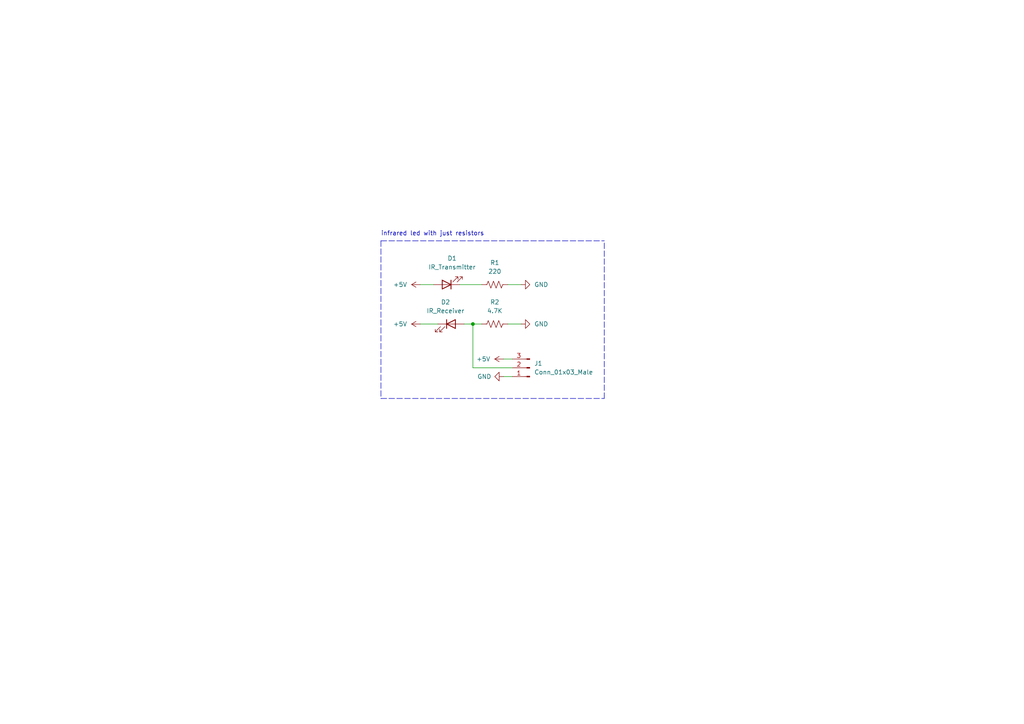
<source format=kicad_sch>
(kicad_sch (version 20211123) (generator eeschema)
  (paper "A4")
  (lib_symbols
    (symbol "Connector:Conn_01x03_Male" (pin_names (offset 1.016) hide)
      (property "Reference" "J" (at 0 5.08 0))
      (property "Value" "Conn_01x03_Male" (at 0 -5.08 0))
      (symbol "Conn_01x03_Male_1_1"
        (polyline (pts (xy 1.27 -2.54) (xy 0.8636 -2.54)) (stroke (width 0.1524)))
        (polyline (pts (xy 1.27 0) (xy 0.8636 0)) (stroke (width 0.1524)))
        (polyline (pts (xy 1.27 2.54) (xy 0.8636 2.54)) (stroke (width 0.1524)))
        (rectangle (start 0.8636 -2.413) (end 0 -2.667) (stroke (width 0.1524)) (fill (type outline)))
        (rectangle (start 0.8636 0.127) (end 0 -0.127) (stroke (width 0.1524)) (fill (type outline)))
        (rectangle (start 0.8636 2.667) (end 0 2.413) (stroke (width 0.1524)) (fill (type outline)))
        (pin passive line (at 5.08 2.54 180) (length 3.81) (name "Pin_1") (number "1"))
        (pin passive line (at 5.08 0 180) (length 3.81) (name "Pin_2") (number "2"))
        (pin passive line (at 5.08 -2.54 180) (length 3.81) (name "Pin_3") (number "3"))
      )
    )
    (symbol "Device:LED" (pin_numbers hide) (pin_names (offset 1.016) hide)
      (property "Reference" "D" (at 0 2.54 0))
      (property "Value" "LED" (at 0 -2.54 0))
      (symbol "LED_0_1"
        (polyline (pts (xy -1.27 -1.27) (xy -1.27 1.27)) (stroke (width 0.254)))
        (polyline (pts (xy -1.27 0) (xy 1.27 0)))
        (polyline (pts (xy 1.27 -1.27) (xy 1.27 1.27) (xy -1.27 0) (xy 1.27 -1.27)) (stroke (width 0.254)))
        (polyline (pts (xy -3.048 -0.762) (xy -4.572 -2.286) (xy -3.81 -2.286) (xy -4.572 -2.286) (xy -4.572 -1.524)))
        (polyline (pts (xy -1.778 -0.762) (xy -3.302 -2.286) (xy -2.54 -2.286) (xy -3.302 -2.286) (xy -3.302 -1.524)))
      )
      (symbol "LED_1_1"
        (pin passive line (at -3.81 0 0) (length 2.54) (name "K") (number "1"))
        (pin passive line (at 3.81 0 180) (length 2.54) (name "A") (number "2"))
      )
    )
    (symbol "Device:R_US" (pin_numbers hide) (pin_names (offset 0))
      (property "Reference" "R" (at 2.54 0 90))
      (property "Value" "R_US" (at -2.54 0 90))
      (symbol "R_US_0_1"
        (polyline (pts (xy 0 -2.286) (xy 0 -2.54)))
        (polyline (pts (xy 0 2.286) (xy 0 2.54)))
        (polyline (pts (xy 0 -0.762) (xy 1.016 -1.143) (xy 0 -1.524) (xy -1.016 -1.905) (xy 0 -2.286)))
        (polyline (pts (xy 0 0.762) (xy 1.016 0.381) (xy 0 0) (xy -1.016 -0.381) (xy 0 -0.762)))
        (polyline (pts (xy 0 2.286) (xy 1.016 1.905) (xy 0 1.524) (xy -1.016 1.143) (xy 0 0.762)))
      )
      (symbol "R_US_1_1"
        (pin passive line (at 0 3.81 270) (length 1.27) (name "~") (number "1"))
        (pin passive line (at 0 -3.81 90) (length 1.27) (name "~") (number "2"))
      )
    )
    (symbol "power:+5V" (power) (pin_names (offset 0))
      (property "Value" "+5V" (at 0 3.556 0))
      (symbol "+5V_0_1"
        (polyline (pts (xy -0.762 1.27) (xy 0 2.54)))
        (polyline (pts (xy 0 0) (xy 0 2.54)))
        (polyline (pts (xy 0 2.54) (xy 0.762 1.27)))
      )
      (symbol "+5V_1_1"
        (pin power_in line (at 0 0 90) (length 0) hide (name "+5V") (number "1"))
      )
    )
    (symbol "power:GND" (power) (pin_names (offset 0))
      (property "Value" "GND" (at 0 -3.81 0))
      (symbol "GND_0_1"
        (polyline (pts (xy 0 0) (xy 0 -1.27) (xy 1.27 -1.27) (xy 0 -2.54) (xy -1.27 -1.27) (xy 0 -1.27)))
      )
      (symbol "GND_1_1"
        (pin power_in line (at 0 0 270) (length 0) hide (name "GND") (number "1"))
      )
    )
  )
  (junction (at 137.16 93.98))
  (wire (pts (xy 137.16 106.68) (xy 137.16 93.98)))
  (polyline (pts (xy 110.49 115.57) (xy 175.26 115.57)))
  (polyline (pts (xy 110.49 69.85) (xy 175.26 69.85)))
  (wire (pts (xy 121.92 93.98) (xy 127 93.98)))
  (wire (pts (xy 147.32 93.98) (xy 151.13 93.98)))
  (wire (pts (xy 134.62 93.98) (xy 137.16 93.98)))
  (polyline (pts (xy 175.26 115.57) (xy 175.26 69.85)))
  (wire (pts (xy 146.05 109.22) (xy 148.59 109.22)))
  (wire (pts (xy 133.35 82.55) (xy 139.7 82.55)))
  (wire (pts (xy 147.32 82.55) (xy 151.13 82.55)))
  (wire (pts (xy 121.92 82.55) (xy 125.73 82.55)))
  (wire (pts (xy 148.59 106.68) (xy 137.16 106.68)))
  (polyline (pts (xy 110.49 69.85) (xy 110.49 115.57)))
  (wire (pts (xy 146.05 104.14) (xy 148.59 104.14)))
  (wire (pts (xy 137.16 93.98) (xy 139.7 93.98)))
  (text "infrared led with just resistors" (at 110.49 68.58 0) (effects (font (size 1.27 1.27)) (justify left bottom)))
  (symbol (lib_id "Device:R_US") (at 143.51 82.55 90) (unit 1)
    (property "Reference" "R1" (at 143.51 76.2 90))
    (property "Value" "220" (at 143.51 78.74 90))
    (property "Footprint" "Resistor_THT:R_Axial_DIN0204_L3.6mm_D1.6mm_P7.62mm_Horizontal" (effects hide))
  )
  (symbol (lib_id "Connector:Conn_01x03_Male") (at 153.67 106.68 180) (unit 1)
    (property "Reference" "J1" (at 154.94 105.4099 0) (effects (justify right)))
    (property "Value" "Conn_01x03_Male" (at 154.94 107.9499 0) (effects (justify right)))
    (property "Footprint" "Connector_PinHeader_2.54mm:PinHeader_1x03_P2.54mm_Vertical" (effects hide))
  )
  (symbol (lib_id "Device:LED") (at 129.54 82.55 180) (unit 1)
    (property "Reference" "D1" (at 131.1275 74.93 0))
    (property "Value" "IR_Transmitter" (at 131.1275 77.47 0))
    (property "Footprint" "LED_THT:LED_D5.0mm" (effects hide))
  )
  (symbol (lib_id "power:+5V") (at 121.92 82.55 90) (unit 1)
    (property "Reference" "#PWR?" (effects hide))
    (property "Value" "+5V" (at 118.11 82.5499 90) (effects (justify left)))
  )
  (symbol (lib_id "power:GND") (at 146.05 109.22 270) (unit 1)
    (property "Reference" "#PWR?" (effects hide))
    (property "Value" "GND" (at 138.43 109.22 90) (effects (justify left)))
  )
  (symbol (lib_id "power:GND") (at 151.13 82.55 90) (unit 1)
    (property "Reference" "#PWR?" (effects hide))
    (property "Value" "GND" (at 154.94 82.5499 90) (effects (justify right)))
  )
  (symbol (lib_id "power:GND") (at 151.13 93.98 90) (unit 1)
    (property "Reference" "#PWR?" (effects hide))
    (property "Value" "GND" (at 154.94 93.9799 90) (effects (justify right)))
  )
  (symbol (lib_id "Device:R_US") (at 143.51 93.98 90) (unit 1)
    (property "Reference" "R2" (at 143.51 87.63 90))
    (property "Value" "4.7K" (at 143.51 90.17 90))
    (property "Footprint" "Resistor_THT:R_Axial_DIN0204_L3.6mm_D1.6mm_P7.62mm_Horizontal" (effects hide))
  )
  (symbol (lib_id "Device:LED") (at 130.81 93.98 0) (unit 1)
    (property "Reference" "D2" (at 129.2225 87.63 0))
    (property "Value" "IR_Receiver" (at 129.2225 90.17 0))
    (property "Footprint" "LED_THT:LED_D5.0mm" (effects hide))
  )
  (symbol (lib_id "power:+5V") (at 146.05 104.14 90) (unit 1)
    (property "Reference" "#PWR?" (effects hide))
    (property "Value" "+5V" (at 142.24 104.1399 90) (effects (justify left)))
  )
  (symbol (lib_id "power:+5V") (at 121.92 93.98 90) (unit 1)
    (property "Reference" "#PWR?" (effects hide))
    (property "Value" "+5V" (at 118.11 93.9799 90) (effects (justify left)))
  )
)
</source>
